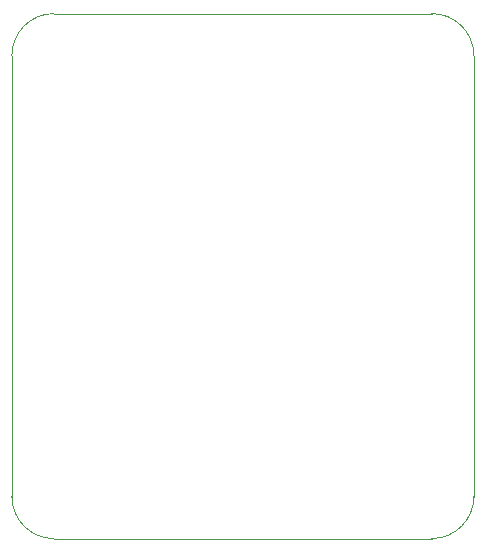
<source format=gbr>
%TF.GenerationSoftware,KiCad,Pcbnew,8.0.3-8.0.3-0~ubuntu22.04.1*%
%TF.CreationDate,2024-06-24T08:31:55-07:00*%
%TF.ProjectId,converter,636f6e76-6572-4746-9572-2e6b69636164,0.1*%
%TF.SameCoordinates,Original*%
%TF.FileFunction,Profile,NP*%
%FSLAX46Y46*%
G04 Gerber Fmt 4.6, Leading zero omitted, Abs format (unit mm)*
G04 Created by KiCad (PCBNEW 8.0.3-8.0.3-0~ubuntu22.04.1) date 2024-06-24 08:31:55*
%MOMM*%
%LPD*%
G01*
G04 APERTURE LIST*
%TA.AperFunction,Profile*%
%ADD10C,0.050000*%
%TD*%
G04 APERTURE END LIST*
D10*
X121920000Y-87884000D02*
G75*
G02*
X118364000Y-91440000I-3556000J0D01*
G01*
X86360000Y-91440000D02*
G75*
G02*
X82804000Y-87884000I0J3556000D01*
G01*
X82804000Y-87884000D02*
X82804000Y-50546000D01*
X121920000Y-50546000D02*
X121920000Y-87884000D01*
X86360000Y-46990000D02*
X118364000Y-46990000D01*
X118364000Y-91440000D02*
X86360000Y-91440000D01*
X82804000Y-50546000D02*
G75*
G02*
X86360000Y-46990000I3556000J0D01*
G01*
X118364000Y-46990000D02*
G75*
G02*
X121920000Y-50546000I0J-3556000D01*
G01*
M02*

</source>
